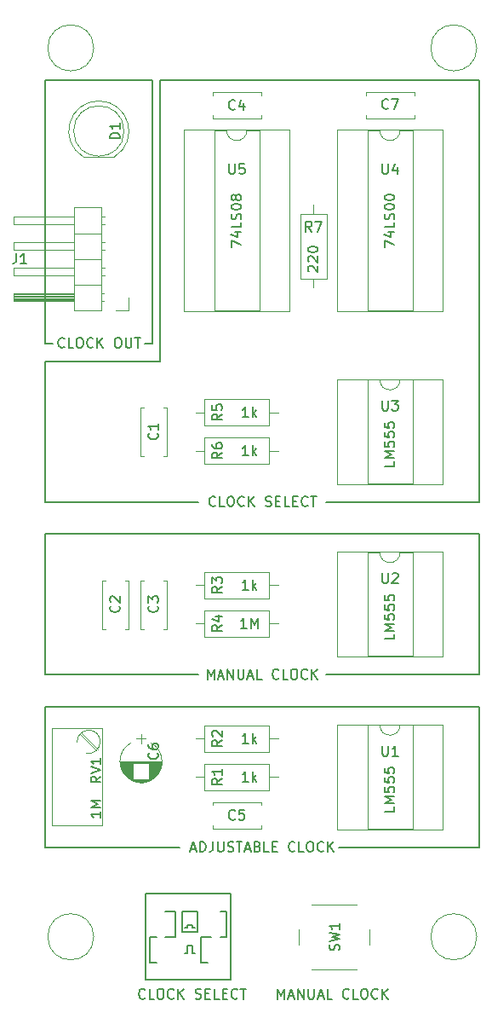
<source format=gto>
G04 #@! TF.FileFunction,Legend,Top*
%FSLAX46Y46*%
G04 Gerber Fmt 4.6, Leading zero omitted, Abs format (unit mm)*
G04 Created by KiCad (PCBNEW 4.0.7) date 11/16/19 22:45:39*
%MOMM*%
%LPD*%
G01*
G04 APERTURE LIST*
%ADD10C,0.100000*%
%ADD11C,0.200000*%
%ADD12C,0.150000*%
%ADD13C,0.120000*%
G04 APERTURE END LIST*
D10*
D11*
X126365000Y-64135000D02*
X137033000Y-64135000D01*
X126365000Y-90297000D02*
X126365000Y-64135000D01*
X137033000Y-90297000D02*
X137033000Y-64135000D01*
X136271000Y-90297000D02*
X137033000Y-90297000D01*
X127127000Y-90297000D02*
X126365000Y-90297000D01*
D12*
X128270429Y-90654143D02*
X128222810Y-90701762D01*
X128079953Y-90749381D01*
X127984715Y-90749381D01*
X127841857Y-90701762D01*
X127746619Y-90606524D01*
X127699000Y-90511286D01*
X127651381Y-90320810D01*
X127651381Y-90177952D01*
X127699000Y-89987476D01*
X127746619Y-89892238D01*
X127841857Y-89797000D01*
X127984715Y-89749381D01*
X128079953Y-89749381D01*
X128222810Y-89797000D01*
X128270429Y-89844619D01*
X129175191Y-90749381D02*
X128699000Y-90749381D01*
X128699000Y-89749381D01*
X129699000Y-89749381D02*
X129889477Y-89749381D01*
X129984715Y-89797000D01*
X130079953Y-89892238D01*
X130127572Y-90082714D01*
X130127572Y-90416048D01*
X130079953Y-90606524D01*
X129984715Y-90701762D01*
X129889477Y-90749381D01*
X129699000Y-90749381D01*
X129603762Y-90701762D01*
X129508524Y-90606524D01*
X129460905Y-90416048D01*
X129460905Y-90082714D01*
X129508524Y-89892238D01*
X129603762Y-89797000D01*
X129699000Y-89749381D01*
X131127572Y-90654143D02*
X131079953Y-90701762D01*
X130937096Y-90749381D01*
X130841858Y-90749381D01*
X130699000Y-90701762D01*
X130603762Y-90606524D01*
X130556143Y-90511286D01*
X130508524Y-90320810D01*
X130508524Y-90177952D01*
X130556143Y-89987476D01*
X130603762Y-89892238D01*
X130699000Y-89797000D01*
X130841858Y-89749381D01*
X130937096Y-89749381D01*
X131079953Y-89797000D01*
X131127572Y-89844619D01*
X131556143Y-90749381D02*
X131556143Y-89749381D01*
X132127572Y-90749381D02*
X131699000Y-90177952D01*
X132127572Y-89749381D02*
X131556143Y-90320810D01*
X133508524Y-89749381D02*
X133699001Y-89749381D01*
X133794239Y-89797000D01*
X133889477Y-89892238D01*
X133937096Y-90082714D01*
X133937096Y-90416048D01*
X133889477Y-90606524D01*
X133794239Y-90701762D01*
X133699001Y-90749381D01*
X133508524Y-90749381D01*
X133413286Y-90701762D01*
X133318048Y-90606524D01*
X133270429Y-90416048D01*
X133270429Y-90082714D01*
X133318048Y-89892238D01*
X133413286Y-89797000D01*
X133508524Y-89749381D01*
X134365667Y-89749381D02*
X134365667Y-90558905D01*
X134413286Y-90654143D01*
X134460905Y-90701762D01*
X134556143Y-90749381D01*
X134746620Y-90749381D01*
X134841858Y-90701762D01*
X134889477Y-90654143D01*
X134937096Y-90558905D01*
X134937096Y-89749381D01*
X135270429Y-89749381D02*
X135841858Y-89749381D01*
X135556143Y-90749381D02*
X135556143Y-89749381D01*
D11*
X169545000Y-64135000D02*
X169545000Y-106045000D01*
X137795000Y-64135000D02*
X169545000Y-64135000D01*
X137795000Y-92075000D02*
X137795000Y-64135000D01*
X126365000Y-92075000D02*
X137795000Y-92075000D01*
X126365000Y-106045000D02*
X126365000Y-92075000D01*
X126365000Y-109220000D02*
X126365000Y-123190000D01*
X169545000Y-109220000D02*
X126365000Y-109220000D01*
X169545000Y-123190000D02*
X169545000Y-109220000D01*
X169545000Y-140335000D02*
X169545000Y-126365000D01*
X126365000Y-126365000D02*
X126365000Y-127000000D01*
X169545000Y-126365000D02*
X126365000Y-126365000D01*
X169545000Y-140335000D02*
X155575000Y-140335000D01*
X141605000Y-106045000D02*
X126365000Y-106045000D01*
X169545000Y-106045000D02*
X154305000Y-106045000D01*
X154305000Y-123190000D02*
X169545000Y-123190000D01*
X141605000Y-123190000D02*
X126365000Y-123190000D01*
D12*
X143288333Y-106402143D02*
X143240714Y-106449762D01*
X143097857Y-106497381D01*
X143002619Y-106497381D01*
X142859761Y-106449762D01*
X142764523Y-106354524D01*
X142716904Y-106259286D01*
X142669285Y-106068810D01*
X142669285Y-105925952D01*
X142716904Y-105735476D01*
X142764523Y-105640238D01*
X142859761Y-105545000D01*
X143002619Y-105497381D01*
X143097857Y-105497381D01*
X143240714Y-105545000D01*
X143288333Y-105592619D01*
X144193095Y-106497381D02*
X143716904Y-106497381D01*
X143716904Y-105497381D01*
X144716904Y-105497381D02*
X144907381Y-105497381D01*
X145002619Y-105545000D01*
X145097857Y-105640238D01*
X145145476Y-105830714D01*
X145145476Y-106164048D01*
X145097857Y-106354524D01*
X145002619Y-106449762D01*
X144907381Y-106497381D01*
X144716904Y-106497381D01*
X144621666Y-106449762D01*
X144526428Y-106354524D01*
X144478809Y-106164048D01*
X144478809Y-105830714D01*
X144526428Y-105640238D01*
X144621666Y-105545000D01*
X144716904Y-105497381D01*
X146145476Y-106402143D02*
X146097857Y-106449762D01*
X145955000Y-106497381D01*
X145859762Y-106497381D01*
X145716904Y-106449762D01*
X145621666Y-106354524D01*
X145574047Y-106259286D01*
X145526428Y-106068810D01*
X145526428Y-105925952D01*
X145574047Y-105735476D01*
X145621666Y-105640238D01*
X145716904Y-105545000D01*
X145859762Y-105497381D01*
X145955000Y-105497381D01*
X146097857Y-105545000D01*
X146145476Y-105592619D01*
X146574047Y-106497381D02*
X146574047Y-105497381D01*
X147145476Y-106497381D02*
X146716904Y-105925952D01*
X147145476Y-105497381D02*
X146574047Y-106068810D01*
X148288333Y-106449762D02*
X148431190Y-106497381D01*
X148669286Y-106497381D01*
X148764524Y-106449762D01*
X148812143Y-106402143D01*
X148859762Y-106306905D01*
X148859762Y-106211667D01*
X148812143Y-106116429D01*
X148764524Y-106068810D01*
X148669286Y-106021190D01*
X148478809Y-105973571D01*
X148383571Y-105925952D01*
X148335952Y-105878333D01*
X148288333Y-105783095D01*
X148288333Y-105687857D01*
X148335952Y-105592619D01*
X148383571Y-105545000D01*
X148478809Y-105497381D01*
X148716905Y-105497381D01*
X148859762Y-105545000D01*
X149288333Y-105973571D02*
X149621667Y-105973571D01*
X149764524Y-106497381D02*
X149288333Y-106497381D01*
X149288333Y-105497381D01*
X149764524Y-105497381D01*
X150669286Y-106497381D02*
X150193095Y-106497381D01*
X150193095Y-105497381D01*
X151002619Y-105973571D02*
X151335953Y-105973571D01*
X151478810Y-106497381D02*
X151002619Y-106497381D01*
X151002619Y-105497381D01*
X151478810Y-105497381D01*
X152478810Y-106402143D02*
X152431191Y-106449762D01*
X152288334Y-106497381D01*
X152193096Y-106497381D01*
X152050238Y-106449762D01*
X151955000Y-106354524D01*
X151907381Y-106259286D01*
X151859762Y-106068810D01*
X151859762Y-105925952D01*
X151907381Y-105735476D01*
X151955000Y-105640238D01*
X152050238Y-105545000D01*
X152193096Y-105497381D01*
X152288334Y-105497381D01*
X152431191Y-105545000D01*
X152478810Y-105592619D01*
X152764524Y-105497381D02*
X153335953Y-105497381D01*
X153050238Y-106497381D02*
X153050238Y-105497381D01*
X142502619Y-123642381D02*
X142502619Y-122642381D01*
X142835953Y-123356667D01*
X143169286Y-122642381D01*
X143169286Y-123642381D01*
X143597857Y-123356667D02*
X144074048Y-123356667D01*
X143502619Y-123642381D02*
X143835952Y-122642381D01*
X144169286Y-123642381D01*
X144502619Y-123642381D02*
X144502619Y-122642381D01*
X145074048Y-123642381D01*
X145074048Y-122642381D01*
X145550238Y-122642381D02*
X145550238Y-123451905D01*
X145597857Y-123547143D01*
X145645476Y-123594762D01*
X145740714Y-123642381D01*
X145931191Y-123642381D01*
X146026429Y-123594762D01*
X146074048Y-123547143D01*
X146121667Y-123451905D01*
X146121667Y-122642381D01*
X146550238Y-123356667D02*
X147026429Y-123356667D01*
X146455000Y-123642381D02*
X146788333Y-122642381D01*
X147121667Y-123642381D01*
X147931191Y-123642381D02*
X147455000Y-123642381D01*
X147455000Y-122642381D01*
X149597858Y-123547143D02*
X149550239Y-123594762D01*
X149407382Y-123642381D01*
X149312144Y-123642381D01*
X149169286Y-123594762D01*
X149074048Y-123499524D01*
X149026429Y-123404286D01*
X148978810Y-123213810D01*
X148978810Y-123070952D01*
X149026429Y-122880476D01*
X149074048Y-122785238D01*
X149169286Y-122690000D01*
X149312144Y-122642381D01*
X149407382Y-122642381D01*
X149550239Y-122690000D01*
X149597858Y-122737619D01*
X150502620Y-123642381D02*
X150026429Y-123642381D01*
X150026429Y-122642381D01*
X151026429Y-122642381D02*
X151216906Y-122642381D01*
X151312144Y-122690000D01*
X151407382Y-122785238D01*
X151455001Y-122975714D01*
X151455001Y-123309048D01*
X151407382Y-123499524D01*
X151312144Y-123594762D01*
X151216906Y-123642381D01*
X151026429Y-123642381D01*
X150931191Y-123594762D01*
X150835953Y-123499524D01*
X150788334Y-123309048D01*
X150788334Y-122975714D01*
X150835953Y-122785238D01*
X150931191Y-122690000D01*
X151026429Y-122642381D01*
X152455001Y-123547143D02*
X152407382Y-123594762D01*
X152264525Y-123642381D01*
X152169287Y-123642381D01*
X152026429Y-123594762D01*
X151931191Y-123499524D01*
X151883572Y-123404286D01*
X151835953Y-123213810D01*
X151835953Y-123070952D01*
X151883572Y-122880476D01*
X151931191Y-122785238D01*
X152026429Y-122690000D01*
X152169287Y-122642381D01*
X152264525Y-122642381D01*
X152407382Y-122690000D01*
X152455001Y-122737619D01*
X152883572Y-123642381D02*
X152883572Y-122642381D01*
X153455001Y-123642381D02*
X153026429Y-123070952D01*
X153455001Y-122642381D02*
X152883572Y-123213810D01*
D11*
X126365000Y-140335000D02*
X126365000Y-127000000D01*
X139700000Y-140335000D02*
X126365000Y-140335000D01*
D12*
X140859761Y-140501667D02*
X141335952Y-140501667D01*
X140764523Y-140787381D02*
X141097856Y-139787381D01*
X141431190Y-140787381D01*
X141764523Y-140787381D02*
X141764523Y-139787381D01*
X142002618Y-139787381D01*
X142145476Y-139835000D01*
X142240714Y-139930238D01*
X142288333Y-140025476D01*
X142335952Y-140215952D01*
X142335952Y-140358810D01*
X142288333Y-140549286D01*
X142240714Y-140644524D01*
X142145476Y-140739762D01*
X142002618Y-140787381D01*
X141764523Y-140787381D01*
X143050238Y-139787381D02*
X143050238Y-140501667D01*
X143002618Y-140644524D01*
X142907380Y-140739762D01*
X142764523Y-140787381D01*
X142669285Y-140787381D01*
X143526428Y-139787381D02*
X143526428Y-140596905D01*
X143574047Y-140692143D01*
X143621666Y-140739762D01*
X143716904Y-140787381D01*
X143907381Y-140787381D01*
X144002619Y-140739762D01*
X144050238Y-140692143D01*
X144097857Y-140596905D01*
X144097857Y-139787381D01*
X144526428Y-140739762D02*
X144669285Y-140787381D01*
X144907381Y-140787381D01*
X145002619Y-140739762D01*
X145050238Y-140692143D01*
X145097857Y-140596905D01*
X145097857Y-140501667D01*
X145050238Y-140406429D01*
X145002619Y-140358810D01*
X144907381Y-140311190D01*
X144716904Y-140263571D01*
X144621666Y-140215952D01*
X144574047Y-140168333D01*
X144526428Y-140073095D01*
X144526428Y-139977857D01*
X144574047Y-139882619D01*
X144621666Y-139835000D01*
X144716904Y-139787381D01*
X144955000Y-139787381D01*
X145097857Y-139835000D01*
X145383571Y-139787381D02*
X145955000Y-139787381D01*
X145669285Y-140787381D02*
X145669285Y-139787381D01*
X146240714Y-140501667D02*
X146716905Y-140501667D01*
X146145476Y-140787381D02*
X146478809Y-139787381D01*
X146812143Y-140787381D01*
X147478810Y-140263571D02*
X147621667Y-140311190D01*
X147669286Y-140358810D01*
X147716905Y-140454048D01*
X147716905Y-140596905D01*
X147669286Y-140692143D01*
X147621667Y-140739762D01*
X147526429Y-140787381D01*
X147145476Y-140787381D01*
X147145476Y-139787381D01*
X147478810Y-139787381D01*
X147574048Y-139835000D01*
X147621667Y-139882619D01*
X147669286Y-139977857D01*
X147669286Y-140073095D01*
X147621667Y-140168333D01*
X147574048Y-140215952D01*
X147478810Y-140263571D01*
X147145476Y-140263571D01*
X148621667Y-140787381D02*
X148145476Y-140787381D01*
X148145476Y-139787381D01*
X148955000Y-140263571D02*
X149288334Y-140263571D01*
X149431191Y-140787381D02*
X148955000Y-140787381D01*
X148955000Y-139787381D01*
X149431191Y-139787381D01*
X151193096Y-140692143D02*
X151145477Y-140739762D01*
X151002620Y-140787381D01*
X150907382Y-140787381D01*
X150764524Y-140739762D01*
X150669286Y-140644524D01*
X150621667Y-140549286D01*
X150574048Y-140358810D01*
X150574048Y-140215952D01*
X150621667Y-140025476D01*
X150669286Y-139930238D01*
X150764524Y-139835000D01*
X150907382Y-139787381D01*
X151002620Y-139787381D01*
X151145477Y-139835000D01*
X151193096Y-139882619D01*
X152097858Y-140787381D02*
X151621667Y-140787381D01*
X151621667Y-139787381D01*
X152621667Y-139787381D02*
X152812144Y-139787381D01*
X152907382Y-139835000D01*
X153002620Y-139930238D01*
X153050239Y-140120714D01*
X153050239Y-140454048D01*
X153002620Y-140644524D01*
X152907382Y-140739762D01*
X152812144Y-140787381D01*
X152621667Y-140787381D01*
X152526429Y-140739762D01*
X152431191Y-140644524D01*
X152383572Y-140454048D01*
X152383572Y-140120714D01*
X152431191Y-139930238D01*
X152526429Y-139835000D01*
X152621667Y-139787381D01*
X154050239Y-140692143D02*
X154002620Y-140739762D01*
X153859763Y-140787381D01*
X153764525Y-140787381D01*
X153621667Y-140739762D01*
X153526429Y-140644524D01*
X153478810Y-140549286D01*
X153431191Y-140358810D01*
X153431191Y-140215952D01*
X153478810Y-140025476D01*
X153526429Y-139930238D01*
X153621667Y-139835000D01*
X153764525Y-139787381D01*
X153859763Y-139787381D01*
X154002620Y-139835000D01*
X154050239Y-139882619D01*
X154478810Y-140787381D02*
X154478810Y-139787381D01*
X155050239Y-140787381D02*
X154621667Y-140215952D01*
X155050239Y-139787381D02*
X154478810Y-140358810D01*
X149487619Y-155392381D02*
X149487619Y-154392381D01*
X149820953Y-155106667D01*
X150154286Y-154392381D01*
X150154286Y-155392381D01*
X150582857Y-155106667D02*
X151059048Y-155106667D01*
X150487619Y-155392381D02*
X150820952Y-154392381D01*
X151154286Y-155392381D01*
X151487619Y-155392381D02*
X151487619Y-154392381D01*
X152059048Y-155392381D01*
X152059048Y-154392381D01*
X152535238Y-154392381D02*
X152535238Y-155201905D01*
X152582857Y-155297143D01*
X152630476Y-155344762D01*
X152725714Y-155392381D01*
X152916191Y-155392381D01*
X153011429Y-155344762D01*
X153059048Y-155297143D01*
X153106667Y-155201905D01*
X153106667Y-154392381D01*
X153535238Y-155106667D02*
X154011429Y-155106667D01*
X153440000Y-155392381D02*
X153773333Y-154392381D01*
X154106667Y-155392381D01*
X154916191Y-155392381D02*
X154440000Y-155392381D01*
X154440000Y-154392381D01*
X156582858Y-155297143D02*
X156535239Y-155344762D01*
X156392382Y-155392381D01*
X156297144Y-155392381D01*
X156154286Y-155344762D01*
X156059048Y-155249524D01*
X156011429Y-155154286D01*
X155963810Y-154963810D01*
X155963810Y-154820952D01*
X156011429Y-154630476D01*
X156059048Y-154535238D01*
X156154286Y-154440000D01*
X156297144Y-154392381D01*
X156392382Y-154392381D01*
X156535239Y-154440000D01*
X156582858Y-154487619D01*
X157487620Y-155392381D02*
X157011429Y-155392381D01*
X157011429Y-154392381D01*
X158011429Y-154392381D02*
X158201906Y-154392381D01*
X158297144Y-154440000D01*
X158392382Y-154535238D01*
X158440001Y-154725714D01*
X158440001Y-155059048D01*
X158392382Y-155249524D01*
X158297144Y-155344762D01*
X158201906Y-155392381D01*
X158011429Y-155392381D01*
X157916191Y-155344762D01*
X157820953Y-155249524D01*
X157773334Y-155059048D01*
X157773334Y-154725714D01*
X157820953Y-154535238D01*
X157916191Y-154440000D01*
X158011429Y-154392381D01*
X159440001Y-155297143D02*
X159392382Y-155344762D01*
X159249525Y-155392381D01*
X159154287Y-155392381D01*
X159011429Y-155344762D01*
X158916191Y-155249524D01*
X158868572Y-155154286D01*
X158820953Y-154963810D01*
X158820953Y-154820952D01*
X158868572Y-154630476D01*
X158916191Y-154535238D01*
X159011429Y-154440000D01*
X159154287Y-154392381D01*
X159249525Y-154392381D01*
X159392382Y-154440000D01*
X159440001Y-154487619D01*
X159868572Y-155392381D02*
X159868572Y-154392381D01*
X160440001Y-155392381D02*
X160011429Y-154820952D01*
X160440001Y-154392381D02*
X159868572Y-154963810D01*
X136303333Y-155297143D02*
X136255714Y-155344762D01*
X136112857Y-155392381D01*
X136017619Y-155392381D01*
X135874761Y-155344762D01*
X135779523Y-155249524D01*
X135731904Y-155154286D01*
X135684285Y-154963810D01*
X135684285Y-154820952D01*
X135731904Y-154630476D01*
X135779523Y-154535238D01*
X135874761Y-154440000D01*
X136017619Y-154392381D01*
X136112857Y-154392381D01*
X136255714Y-154440000D01*
X136303333Y-154487619D01*
X137208095Y-155392381D02*
X136731904Y-155392381D01*
X136731904Y-154392381D01*
X137731904Y-154392381D02*
X137922381Y-154392381D01*
X138017619Y-154440000D01*
X138112857Y-154535238D01*
X138160476Y-154725714D01*
X138160476Y-155059048D01*
X138112857Y-155249524D01*
X138017619Y-155344762D01*
X137922381Y-155392381D01*
X137731904Y-155392381D01*
X137636666Y-155344762D01*
X137541428Y-155249524D01*
X137493809Y-155059048D01*
X137493809Y-154725714D01*
X137541428Y-154535238D01*
X137636666Y-154440000D01*
X137731904Y-154392381D01*
X139160476Y-155297143D02*
X139112857Y-155344762D01*
X138970000Y-155392381D01*
X138874762Y-155392381D01*
X138731904Y-155344762D01*
X138636666Y-155249524D01*
X138589047Y-155154286D01*
X138541428Y-154963810D01*
X138541428Y-154820952D01*
X138589047Y-154630476D01*
X138636666Y-154535238D01*
X138731904Y-154440000D01*
X138874762Y-154392381D01*
X138970000Y-154392381D01*
X139112857Y-154440000D01*
X139160476Y-154487619D01*
X139589047Y-155392381D02*
X139589047Y-154392381D01*
X140160476Y-155392381D02*
X139731904Y-154820952D01*
X140160476Y-154392381D02*
X139589047Y-154963810D01*
X141303333Y-155344762D02*
X141446190Y-155392381D01*
X141684286Y-155392381D01*
X141779524Y-155344762D01*
X141827143Y-155297143D01*
X141874762Y-155201905D01*
X141874762Y-155106667D01*
X141827143Y-155011429D01*
X141779524Y-154963810D01*
X141684286Y-154916190D01*
X141493809Y-154868571D01*
X141398571Y-154820952D01*
X141350952Y-154773333D01*
X141303333Y-154678095D01*
X141303333Y-154582857D01*
X141350952Y-154487619D01*
X141398571Y-154440000D01*
X141493809Y-154392381D01*
X141731905Y-154392381D01*
X141874762Y-154440000D01*
X142303333Y-154868571D02*
X142636667Y-154868571D01*
X142779524Y-155392381D02*
X142303333Y-155392381D01*
X142303333Y-154392381D01*
X142779524Y-154392381D01*
X143684286Y-155392381D02*
X143208095Y-155392381D01*
X143208095Y-154392381D01*
X144017619Y-154868571D02*
X144350953Y-154868571D01*
X144493810Y-155392381D02*
X144017619Y-155392381D01*
X144017619Y-154392381D01*
X144493810Y-154392381D01*
X145493810Y-155297143D02*
X145446191Y-155344762D01*
X145303334Y-155392381D01*
X145208096Y-155392381D01*
X145065238Y-155344762D01*
X144970000Y-155249524D01*
X144922381Y-155154286D01*
X144874762Y-154963810D01*
X144874762Y-154820952D01*
X144922381Y-154630476D01*
X144970000Y-154535238D01*
X145065238Y-154440000D01*
X145208096Y-154392381D01*
X145303334Y-154392381D01*
X145446191Y-154440000D01*
X145493810Y-154487619D01*
X145779524Y-154392381D02*
X146350953Y-154392381D01*
X146065238Y-155392381D02*
X146065238Y-154392381D01*
D13*
X169291000Y-149225000D02*
G75*
G03X169291000Y-149225000I-2286000J0D01*
G01*
X131191000Y-149225000D02*
G75*
G03X131191000Y-149225000I-2286000J0D01*
G01*
X131191000Y-60960000D02*
G75*
G03X131191000Y-60960000I-2286000J0D01*
G01*
X169291000Y-60960000D02*
G75*
G03X169291000Y-60960000I-2286000J0D01*
G01*
X135850000Y-101510000D02*
X135850000Y-96690000D01*
X138470000Y-101510000D02*
X138470000Y-96690000D01*
X135850000Y-101510000D02*
X136164000Y-101510000D01*
X138156000Y-101510000D02*
X138470000Y-101510000D01*
X135850000Y-96690000D02*
X136164000Y-96690000D01*
X138156000Y-96690000D02*
X138470000Y-96690000D01*
X132040000Y-118655000D02*
X132040000Y-113835000D01*
X134660000Y-118655000D02*
X134660000Y-113835000D01*
X132040000Y-118655000D02*
X132354000Y-118655000D01*
X134346000Y-118655000D02*
X134660000Y-118655000D01*
X132040000Y-113835000D02*
X132354000Y-113835000D01*
X134346000Y-113835000D02*
X134660000Y-113835000D01*
X135850000Y-118655000D02*
X135850000Y-113835000D01*
X138470000Y-118655000D02*
X138470000Y-113835000D01*
X135850000Y-118655000D02*
X136164000Y-118655000D01*
X138156000Y-118655000D02*
X138470000Y-118655000D01*
X135850000Y-113835000D02*
X136164000Y-113835000D01*
X138156000Y-113835000D02*
X138470000Y-113835000D01*
X147865000Y-67985000D02*
X143045000Y-67985000D01*
X147865000Y-65365000D02*
X143045000Y-65365000D01*
X147865000Y-67985000D02*
X147865000Y-67671000D01*
X147865000Y-65679000D02*
X147865000Y-65365000D01*
X143045000Y-67985000D02*
X143045000Y-67671000D01*
X143045000Y-65679000D02*
X143045000Y-65365000D01*
X147865000Y-138470000D02*
X143045000Y-138470000D01*
X147865000Y-135850000D02*
X143045000Y-135850000D01*
X147865000Y-138470000D02*
X147865000Y-138156000D01*
X147865000Y-136164000D02*
X147865000Y-135850000D01*
X143045000Y-138470000D02*
X143045000Y-138156000D01*
X143045000Y-136164000D02*
X143045000Y-135850000D01*
X148625000Y-134660000D02*
X148625000Y-132040000D01*
X148625000Y-132040000D02*
X142205000Y-132040000D01*
X142205000Y-132040000D02*
X142205000Y-134660000D01*
X142205000Y-134660000D02*
X148625000Y-134660000D01*
X149515000Y-133350000D02*
X148625000Y-133350000D01*
X141315000Y-133350000D02*
X142205000Y-133350000D01*
X148625000Y-130850000D02*
X148625000Y-128230000D01*
X148625000Y-128230000D02*
X142205000Y-128230000D01*
X142205000Y-128230000D02*
X142205000Y-130850000D01*
X142205000Y-130850000D02*
X148625000Y-130850000D01*
X149515000Y-129540000D02*
X148625000Y-129540000D01*
X141315000Y-129540000D02*
X142205000Y-129540000D01*
X148625000Y-115610000D02*
X148625000Y-112990000D01*
X148625000Y-112990000D02*
X142205000Y-112990000D01*
X142205000Y-112990000D02*
X142205000Y-115610000D01*
X142205000Y-115610000D02*
X148625000Y-115610000D01*
X149515000Y-114300000D02*
X148625000Y-114300000D01*
X141315000Y-114300000D02*
X142205000Y-114300000D01*
X142205000Y-99655000D02*
X142205000Y-102275000D01*
X142205000Y-102275000D02*
X148625000Y-102275000D01*
X148625000Y-102275000D02*
X148625000Y-99655000D01*
X148625000Y-99655000D02*
X142205000Y-99655000D01*
X141315000Y-100965000D02*
X142205000Y-100965000D01*
X149515000Y-100965000D02*
X148625000Y-100965000D01*
X154345000Y-77435000D02*
X151725000Y-77435000D01*
X151725000Y-77435000D02*
X151725000Y-83855000D01*
X151725000Y-83855000D02*
X154345000Y-83855000D01*
X154345000Y-83855000D02*
X154345000Y-77435000D01*
X153035000Y-76545000D02*
X153035000Y-77435000D01*
X153035000Y-84745000D02*
X153035000Y-83855000D01*
X131699462Y-66225000D02*
G75*
G03X130154170Y-71775000I-462J-2990000D01*
G01*
X131698538Y-66225000D02*
G75*
G02X133243830Y-71775000I462J-2990000D01*
G01*
X134199000Y-69215000D02*
G75*
G03X134199000Y-69215000I-2500000J0D01*
G01*
X130154000Y-71775000D02*
X133244000Y-71775000D01*
X148625000Y-119420000D02*
X148625000Y-116800000D01*
X148625000Y-116800000D02*
X142205000Y-116800000D01*
X142205000Y-116800000D02*
X142205000Y-119420000D01*
X142205000Y-119420000D02*
X148625000Y-119420000D01*
X149515000Y-118110000D02*
X148625000Y-118110000D01*
X141315000Y-118110000D02*
X142205000Y-118110000D01*
X142205000Y-95845000D02*
X142205000Y-98465000D01*
X142205000Y-98465000D02*
X148625000Y-98465000D01*
X148625000Y-98465000D02*
X148625000Y-95845000D01*
X148625000Y-95845000D02*
X142205000Y-95845000D01*
X141315000Y-97155000D02*
X142205000Y-97155000D01*
X149515000Y-97155000D02*
X148625000Y-97155000D01*
X129535704Y-129895309D02*
G75*
G02X131845000Y-129855000I1154296J40309D01*
G01*
X131844052Y-129834879D02*
G75*
G02X130450000Y-130984000I-1154052J-20121D01*
G01*
X127070000Y-138175000D02*
X127070000Y-128525000D01*
X132021000Y-138175000D02*
X132021000Y-128525000D01*
X127070000Y-138175000D02*
X132021000Y-138175000D01*
X127070000Y-128525000D02*
X132021000Y-128525000D01*
X129956000Y-128979000D02*
X131566000Y-130590000D01*
X129815000Y-129119000D02*
X131425000Y-130731000D01*
X157369000Y-146011000D02*
X152869000Y-146011000D01*
X158619000Y-150011000D02*
X158619000Y-148511000D01*
X152869000Y-152511000D02*
X157369000Y-152511000D01*
X151619000Y-148511000D02*
X151619000Y-150011000D01*
X146415000Y-69155000D02*
G75*
G02X144415000Y-69155000I-1000000J0D01*
G01*
X144415000Y-69155000D02*
X143165000Y-69155000D01*
X143165000Y-69155000D02*
X143165000Y-87055000D01*
X143165000Y-87055000D02*
X147665000Y-87055000D01*
X147665000Y-87055000D02*
X147665000Y-69155000D01*
X147665000Y-69155000D02*
X146415000Y-69155000D01*
X140165000Y-69095000D02*
X140165000Y-87115000D01*
X140165000Y-87115000D02*
X150665000Y-87115000D01*
X150665000Y-87115000D02*
X150665000Y-69095000D01*
X150665000Y-69095000D02*
X140165000Y-69095000D01*
X136869170Y-133656436D02*
G75*
G03X136870000Y-129964004I-979170J1846436D01*
G01*
X134910830Y-133656436D02*
G75*
G02X134910000Y-129964004I979170J1846436D01*
G01*
X134910830Y-133656436D02*
G75*
G03X136870000Y-133655996I979170J1846436D01*
G01*
X137940000Y-131810000D02*
X133840000Y-131810000D01*
X137940000Y-131850000D02*
X133840000Y-131850000D01*
X137939000Y-131890000D02*
X133841000Y-131890000D01*
X137937000Y-131930000D02*
X133843000Y-131930000D01*
X137934000Y-131970000D02*
X133846000Y-131970000D01*
X137931000Y-132010000D02*
X133849000Y-132010000D01*
X137927000Y-132050000D02*
X136670000Y-132050000D01*
X135110000Y-132050000D02*
X133853000Y-132050000D01*
X137922000Y-132090000D02*
X136670000Y-132090000D01*
X135110000Y-132090000D02*
X133858000Y-132090000D01*
X137916000Y-132130000D02*
X136670000Y-132130000D01*
X135110000Y-132130000D02*
X133864000Y-132130000D01*
X137909000Y-132170000D02*
X136670000Y-132170000D01*
X135110000Y-132170000D02*
X133871000Y-132170000D01*
X137902000Y-132210000D02*
X136670000Y-132210000D01*
X135110000Y-132210000D02*
X133878000Y-132210000D01*
X137894000Y-132250000D02*
X136670000Y-132250000D01*
X135110000Y-132250000D02*
X133886000Y-132250000D01*
X137885000Y-132290000D02*
X136670000Y-132290000D01*
X135110000Y-132290000D02*
X133895000Y-132290000D01*
X137875000Y-132330000D02*
X136670000Y-132330000D01*
X135110000Y-132330000D02*
X133905000Y-132330000D01*
X137864000Y-132370000D02*
X136670000Y-132370000D01*
X135110000Y-132370000D02*
X133916000Y-132370000D01*
X137853000Y-132410000D02*
X136670000Y-132410000D01*
X135110000Y-132410000D02*
X133927000Y-132410000D01*
X137840000Y-132450000D02*
X136670000Y-132450000D01*
X135110000Y-132450000D02*
X133940000Y-132450000D01*
X137827000Y-132490000D02*
X136670000Y-132490000D01*
X135110000Y-132490000D02*
X133953000Y-132490000D01*
X137813000Y-132531000D02*
X136670000Y-132531000D01*
X135110000Y-132531000D02*
X133967000Y-132531000D01*
X137797000Y-132571000D02*
X136670000Y-132571000D01*
X135110000Y-132571000D02*
X133983000Y-132571000D01*
X137781000Y-132611000D02*
X136670000Y-132611000D01*
X135110000Y-132611000D02*
X133999000Y-132611000D01*
X137764000Y-132651000D02*
X136670000Y-132651000D01*
X135110000Y-132651000D02*
X134016000Y-132651000D01*
X137746000Y-132691000D02*
X136670000Y-132691000D01*
X135110000Y-132691000D02*
X134034000Y-132691000D01*
X137727000Y-132731000D02*
X136670000Y-132731000D01*
X135110000Y-132731000D02*
X134053000Y-132731000D01*
X137707000Y-132771000D02*
X136670000Y-132771000D01*
X135110000Y-132771000D02*
X134073000Y-132771000D01*
X137686000Y-132811000D02*
X136670000Y-132811000D01*
X135110000Y-132811000D02*
X134094000Y-132811000D01*
X137663000Y-132851000D02*
X136670000Y-132851000D01*
X135110000Y-132851000D02*
X134117000Y-132851000D01*
X137640000Y-132891000D02*
X136670000Y-132891000D01*
X135110000Y-132891000D02*
X134140000Y-132891000D01*
X137615000Y-132931000D02*
X136670000Y-132931000D01*
X135110000Y-132931000D02*
X134165000Y-132931000D01*
X137589000Y-132971000D02*
X136670000Y-132971000D01*
X135110000Y-132971000D02*
X134191000Y-132971000D01*
X137562000Y-133011000D02*
X136670000Y-133011000D01*
X135110000Y-133011000D02*
X134218000Y-133011000D01*
X137533000Y-133051000D02*
X136670000Y-133051000D01*
X135110000Y-133051000D02*
X134247000Y-133051000D01*
X137503000Y-133091000D02*
X136670000Y-133091000D01*
X135110000Y-133091000D02*
X134277000Y-133091000D01*
X137471000Y-133131000D02*
X136670000Y-133131000D01*
X135110000Y-133131000D02*
X134309000Y-133131000D01*
X137437000Y-133171000D02*
X136670000Y-133171000D01*
X135110000Y-133171000D02*
X134343000Y-133171000D01*
X137402000Y-133211000D02*
X136670000Y-133211000D01*
X135110000Y-133211000D02*
X134378000Y-133211000D01*
X137365000Y-133251000D02*
X136670000Y-133251000D01*
X135110000Y-133251000D02*
X134415000Y-133251000D01*
X137326000Y-133291000D02*
X136670000Y-133291000D01*
X135110000Y-133291000D02*
X134454000Y-133291000D01*
X137285000Y-133331000D02*
X136670000Y-133331000D01*
X135110000Y-133331000D02*
X134495000Y-133331000D01*
X137241000Y-133371000D02*
X136670000Y-133371000D01*
X135110000Y-133371000D02*
X134539000Y-133371000D01*
X137195000Y-133411000D02*
X136670000Y-133411000D01*
X135110000Y-133411000D02*
X134585000Y-133411000D01*
X137146000Y-133451000D02*
X136670000Y-133451000D01*
X135110000Y-133451000D02*
X134634000Y-133451000D01*
X137094000Y-133491000D02*
X136670000Y-133491000D01*
X135110000Y-133491000D02*
X134686000Y-133491000D01*
X137038000Y-133531000D02*
X136670000Y-133531000D01*
X135110000Y-133531000D02*
X134742000Y-133531000D01*
X136978000Y-133571000D02*
X136670000Y-133571000D01*
X135110000Y-133571000D02*
X134802000Y-133571000D01*
X136913000Y-133611000D02*
X134867000Y-133611000D01*
X136842000Y-133651000D02*
X134938000Y-133651000D01*
X136764000Y-133691000D02*
X135016000Y-133691000D01*
X136676000Y-133731000D02*
X135104000Y-133731000D01*
X136576000Y-133771000D02*
X135204000Y-133771000D01*
X136457000Y-133811000D02*
X135323000Y-133811000D01*
X136305000Y-133851000D02*
X135475000Y-133851000D01*
X136055000Y-133891000D02*
X135725000Y-133891000D01*
X135890000Y-129110000D02*
X135890000Y-130010000D01*
X136340000Y-129560000D02*
X135440000Y-129560000D01*
X163105000Y-67985000D02*
X158285000Y-67985000D01*
X163105000Y-65365000D02*
X158285000Y-65365000D01*
X163105000Y-67985000D02*
X163105000Y-67671000D01*
X163105000Y-65679000D02*
X163105000Y-65365000D01*
X158285000Y-67985000D02*
X158285000Y-67671000D01*
X158285000Y-65679000D02*
X158285000Y-65365000D01*
X131910000Y-87055000D02*
X131910000Y-76775000D01*
X131910000Y-76775000D02*
X129250000Y-76775000D01*
X129250000Y-76775000D02*
X129250000Y-87055000D01*
X129250000Y-87055000D02*
X131910000Y-87055000D01*
X129250000Y-86105000D02*
X123250000Y-86105000D01*
X123250000Y-86105000D02*
X123250000Y-85345000D01*
X123250000Y-85345000D02*
X129250000Y-85345000D01*
X129250000Y-86045000D02*
X123250000Y-86045000D01*
X129250000Y-85925000D02*
X123250000Y-85925000D01*
X129250000Y-85805000D02*
X123250000Y-85805000D01*
X129250000Y-85685000D02*
X123250000Y-85685000D01*
X129250000Y-85565000D02*
X123250000Y-85565000D01*
X129250000Y-85445000D02*
X123250000Y-85445000D01*
X132240000Y-86105000D02*
X131910000Y-86105000D01*
X132240000Y-85345000D02*
X131910000Y-85345000D01*
X131910000Y-84455000D02*
X129250000Y-84455000D01*
X129250000Y-83565000D02*
X123250000Y-83565000D01*
X123250000Y-83565000D02*
X123250000Y-82805000D01*
X123250000Y-82805000D02*
X129250000Y-82805000D01*
X132307071Y-83565000D02*
X131910000Y-83565000D01*
X132307071Y-82805000D02*
X131910000Y-82805000D01*
X131910000Y-81915000D02*
X129250000Y-81915000D01*
X129250000Y-81025000D02*
X123250000Y-81025000D01*
X123250000Y-81025000D02*
X123250000Y-80265000D01*
X123250000Y-80265000D02*
X129250000Y-80265000D01*
X132307071Y-81025000D02*
X131910000Y-81025000D01*
X132307071Y-80265000D02*
X131910000Y-80265000D01*
X131910000Y-79375000D02*
X129250000Y-79375000D01*
X129250000Y-78485000D02*
X123250000Y-78485000D01*
X123250000Y-78485000D02*
X123250000Y-77725000D01*
X123250000Y-77725000D02*
X129250000Y-77725000D01*
X132307071Y-78485000D02*
X131910000Y-78485000D01*
X132307071Y-77725000D02*
X131910000Y-77725000D01*
X134620000Y-85725000D02*
X134620000Y-86995000D01*
X134620000Y-86995000D02*
X133350000Y-86995000D01*
X161655000Y-128210000D02*
G75*
G02X159655000Y-128210000I-1000000J0D01*
G01*
X159655000Y-128210000D02*
X158405000Y-128210000D01*
X158405000Y-128210000D02*
X158405000Y-138490000D01*
X158405000Y-138490000D02*
X162905000Y-138490000D01*
X162905000Y-138490000D02*
X162905000Y-128210000D01*
X162905000Y-128210000D02*
X161655000Y-128210000D01*
X155405000Y-128150000D02*
X155405000Y-138550000D01*
X155405000Y-138550000D02*
X165905000Y-138550000D01*
X165905000Y-138550000D02*
X165905000Y-128150000D01*
X165905000Y-128150000D02*
X155405000Y-128150000D01*
X161655000Y-111065000D02*
G75*
G02X159655000Y-111065000I-1000000J0D01*
G01*
X159655000Y-111065000D02*
X158405000Y-111065000D01*
X158405000Y-111065000D02*
X158405000Y-121345000D01*
X158405000Y-121345000D02*
X162905000Y-121345000D01*
X162905000Y-121345000D02*
X162905000Y-111065000D01*
X162905000Y-111065000D02*
X161655000Y-111065000D01*
X155405000Y-111005000D02*
X155405000Y-121405000D01*
X155405000Y-121405000D02*
X165905000Y-121405000D01*
X165905000Y-121405000D02*
X165905000Y-111005000D01*
X165905000Y-111005000D02*
X155405000Y-111005000D01*
X161655000Y-93920000D02*
G75*
G02X159655000Y-93920000I-1000000J0D01*
G01*
X159655000Y-93920000D02*
X158405000Y-93920000D01*
X158405000Y-93920000D02*
X158405000Y-104200000D01*
X158405000Y-104200000D02*
X162905000Y-104200000D01*
X162905000Y-104200000D02*
X162905000Y-93920000D01*
X162905000Y-93920000D02*
X161655000Y-93920000D01*
X155405000Y-93860000D02*
X155405000Y-104260000D01*
X155405000Y-104260000D02*
X165905000Y-104260000D01*
X165905000Y-104260000D02*
X165905000Y-93860000D01*
X165905000Y-93860000D02*
X155405000Y-93860000D01*
X161655000Y-69155000D02*
G75*
G02X159655000Y-69155000I-1000000J0D01*
G01*
X159655000Y-69155000D02*
X158405000Y-69155000D01*
X158405000Y-69155000D02*
X158405000Y-87055000D01*
X158405000Y-87055000D02*
X162905000Y-87055000D01*
X162905000Y-87055000D02*
X162905000Y-69155000D01*
X162905000Y-69155000D02*
X161655000Y-69155000D01*
X155405000Y-69095000D02*
X155405000Y-87115000D01*
X155405000Y-87115000D02*
X165905000Y-87115000D01*
X165905000Y-87115000D02*
X165905000Y-69095000D01*
X165905000Y-69095000D02*
X155405000Y-69095000D01*
D12*
X139954000Y-148717000D02*
X139954000Y-146685000D01*
X141478000Y-146685000D02*
X141478000Y-148717000D01*
X139954000Y-148717000D02*
X141478000Y-148717000D01*
X141478000Y-146685000D02*
X139954000Y-146685000D01*
X140208000Y-148336000D02*
X140462000Y-148336000D01*
X140462000Y-148336000D02*
X140462000Y-148082000D01*
X140462000Y-148082000D02*
X140970000Y-148082000D01*
X140970000Y-148082000D02*
X140970000Y-148336000D01*
X140970000Y-148336000D02*
X141224000Y-148336000D01*
X140208000Y-150876000D02*
X140462000Y-150876000D01*
X140462000Y-150876000D02*
X140462000Y-150114000D01*
X140462000Y-150114000D02*
X140970000Y-150114000D01*
X140970000Y-150114000D02*
X140970000Y-150876000D01*
X140970000Y-150876000D02*
X141224000Y-150876000D01*
X139319000Y-146685000D02*
X138303000Y-146685000D01*
X141859000Y-149225000D02*
X141859000Y-151765000D01*
X142875000Y-149225000D02*
X141859000Y-149225000D01*
X139319000Y-149225000D02*
X139319000Y-146685000D01*
X138303000Y-149225000D02*
X139319000Y-149225000D01*
X143764000Y-146685000D02*
X144399000Y-146685000D01*
X144399000Y-146685000D02*
X144399000Y-149225000D01*
X144399000Y-149225000D02*
X143764000Y-149225000D01*
X137414000Y-149225000D02*
X136779000Y-149225000D01*
X136779000Y-149225000D02*
X136779000Y-151765000D01*
X136779000Y-151765000D02*
X137414000Y-151765000D01*
X141859000Y-151765000D02*
X142494000Y-151765000D01*
X136339000Y-144975000D02*
X144839000Y-144975000D01*
X144839000Y-144975000D02*
X144839000Y-153475000D01*
X136339000Y-144975000D02*
X136339000Y-153475000D01*
X136339000Y-153475000D02*
X144839000Y-153475000D01*
X137517143Y-99226666D02*
X137564762Y-99274285D01*
X137612381Y-99417142D01*
X137612381Y-99512380D01*
X137564762Y-99655238D01*
X137469524Y-99750476D01*
X137374286Y-99798095D01*
X137183810Y-99845714D01*
X137040952Y-99845714D01*
X136850476Y-99798095D01*
X136755238Y-99750476D01*
X136660000Y-99655238D01*
X136612381Y-99512380D01*
X136612381Y-99417142D01*
X136660000Y-99274285D01*
X136707619Y-99226666D01*
X137612381Y-98274285D02*
X137612381Y-98845714D01*
X137612381Y-98560000D02*
X136612381Y-98560000D01*
X136755238Y-98655238D01*
X136850476Y-98750476D01*
X136898095Y-98845714D01*
X133707143Y-116371666D02*
X133754762Y-116419285D01*
X133802381Y-116562142D01*
X133802381Y-116657380D01*
X133754762Y-116800238D01*
X133659524Y-116895476D01*
X133564286Y-116943095D01*
X133373810Y-116990714D01*
X133230952Y-116990714D01*
X133040476Y-116943095D01*
X132945238Y-116895476D01*
X132850000Y-116800238D01*
X132802381Y-116657380D01*
X132802381Y-116562142D01*
X132850000Y-116419285D01*
X132897619Y-116371666D01*
X132897619Y-115990714D02*
X132850000Y-115943095D01*
X132802381Y-115847857D01*
X132802381Y-115609761D01*
X132850000Y-115514523D01*
X132897619Y-115466904D01*
X132992857Y-115419285D01*
X133088095Y-115419285D01*
X133230952Y-115466904D01*
X133802381Y-116038333D01*
X133802381Y-115419285D01*
X137517143Y-116371666D02*
X137564762Y-116419285D01*
X137612381Y-116562142D01*
X137612381Y-116657380D01*
X137564762Y-116800238D01*
X137469524Y-116895476D01*
X137374286Y-116943095D01*
X137183810Y-116990714D01*
X137040952Y-116990714D01*
X136850476Y-116943095D01*
X136755238Y-116895476D01*
X136660000Y-116800238D01*
X136612381Y-116657380D01*
X136612381Y-116562142D01*
X136660000Y-116419285D01*
X136707619Y-116371666D01*
X136612381Y-116038333D02*
X136612381Y-115419285D01*
X136993333Y-115752619D01*
X136993333Y-115609761D01*
X137040952Y-115514523D01*
X137088571Y-115466904D01*
X137183810Y-115419285D01*
X137421905Y-115419285D01*
X137517143Y-115466904D01*
X137564762Y-115514523D01*
X137612381Y-115609761D01*
X137612381Y-115895476D01*
X137564762Y-115990714D01*
X137517143Y-116038333D01*
X145248334Y-67032143D02*
X145200715Y-67079762D01*
X145057858Y-67127381D01*
X144962620Y-67127381D01*
X144819762Y-67079762D01*
X144724524Y-66984524D01*
X144676905Y-66889286D01*
X144629286Y-66698810D01*
X144629286Y-66555952D01*
X144676905Y-66365476D01*
X144724524Y-66270238D01*
X144819762Y-66175000D01*
X144962620Y-66127381D01*
X145057858Y-66127381D01*
X145200715Y-66175000D01*
X145248334Y-66222619D01*
X146105477Y-66460714D02*
X146105477Y-67127381D01*
X145867381Y-66079762D02*
X145629286Y-66794048D01*
X146248334Y-66794048D01*
X145248334Y-137517143D02*
X145200715Y-137564762D01*
X145057858Y-137612381D01*
X144962620Y-137612381D01*
X144819762Y-137564762D01*
X144724524Y-137469524D01*
X144676905Y-137374286D01*
X144629286Y-137183810D01*
X144629286Y-137040952D01*
X144676905Y-136850476D01*
X144724524Y-136755238D01*
X144819762Y-136660000D01*
X144962620Y-136612381D01*
X145057858Y-136612381D01*
X145200715Y-136660000D01*
X145248334Y-136707619D01*
X146153096Y-136612381D02*
X145676905Y-136612381D01*
X145629286Y-137088571D01*
X145676905Y-137040952D01*
X145772143Y-136993333D01*
X146010239Y-136993333D01*
X146105477Y-137040952D01*
X146153096Y-137088571D01*
X146200715Y-137183810D01*
X146200715Y-137421905D01*
X146153096Y-137517143D01*
X146105477Y-137564762D01*
X146010239Y-137612381D01*
X145772143Y-137612381D01*
X145676905Y-137564762D01*
X145629286Y-137517143D01*
X143962381Y-133516666D02*
X143486190Y-133850000D01*
X143962381Y-134088095D02*
X142962381Y-134088095D01*
X142962381Y-133707142D01*
X143010000Y-133611904D01*
X143057619Y-133564285D01*
X143152857Y-133516666D01*
X143295714Y-133516666D01*
X143390952Y-133564285D01*
X143438571Y-133611904D01*
X143486190Y-133707142D01*
X143486190Y-134088095D01*
X143962381Y-132564285D02*
X143962381Y-133135714D01*
X143962381Y-132850000D02*
X142962381Y-132850000D01*
X143105238Y-132945238D01*
X143200476Y-133040476D01*
X143248095Y-133135714D01*
X146565953Y-133802381D02*
X145994524Y-133802381D01*
X146280238Y-133802381D02*
X146280238Y-132802381D01*
X146185000Y-132945238D01*
X146089762Y-133040476D01*
X145994524Y-133088095D01*
X146994524Y-133802381D02*
X146994524Y-132802381D01*
X147089762Y-133421429D02*
X147375477Y-133802381D01*
X147375477Y-133135714D02*
X146994524Y-133516667D01*
X143962381Y-129706666D02*
X143486190Y-130040000D01*
X143962381Y-130278095D02*
X142962381Y-130278095D01*
X142962381Y-129897142D01*
X143010000Y-129801904D01*
X143057619Y-129754285D01*
X143152857Y-129706666D01*
X143295714Y-129706666D01*
X143390952Y-129754285D01*
X143438571Y-129801904D01*
X143486190Y-129897142D01*
X143486190Y-130278095D01*
X143057619Y-129325714D02*
X143010000Y-129278095D01*
X142962381Y-129182857D01*
X142962381Y-128944761D01*
X143010000Y-128849523D01*
X143057619Y-128801904D01*
X143152857Y-128754285D01*
X143248095Y-128754285D01*
X143390952Y-128801904D01*
X143962381Y-129373333D01*
X143962381Y-128754285D01*
X146565953Y-129992381D02*
X145994524Y-129992381D01*
X146280238Y-129992381D02*
X146280238Y-128992381D01*
X146185000Y-129135238D01*
X146089762Y-129230476D01*
X145994524Y-129278095D01*
X146994524Y-129992381D02*
X146994524Y-128992381D01*
X147089762Y-129611429D02*
X147375477Y-129992381D01*
X147375477Y-129325714D02*
X146994524Y-129706667D01*
X143962381Y-114466666D02*
X143486190Y-114800000D01*
X143962381Y-115038095D02*
X142962381Y-115038095D01*
X142962381Y-114657142D01*
X143010000Y-114561904D01*
X143057619Y-114514285D01*
X143152857Y-114466666D01*
X143295714Y-114466666D01*
X143390952Y-114514285D01*
X143438571Y-114561904D01*
X143486190Y-114657142D01*
X143486190Y-115038095D01*
X142962381Y-114133333D02*
X142962381Y-113514285D01*
X143343333Y-113847619D01*
X143343333Y-113704761D01*
X143390952Y-113609523D01*
X143438571Y-113561904D01*
X143533810Y-113514285D01*
X143771905Y-113514285D01*
X143867143Y-113561904D01*
X143914762Y-113609523D01*
X143962381Y-113704761D01*
X143962381Y-113990476D01*
X143914762Y-114085714D01*
X143867143Y-114133333D01*
X146565953Y-114752381D02*
X145994524Y-114752381D01*
X146280238Y-114752381D02*
X146280238Y-113752381D01*
X146185000Y-113895238D01*
X146089762Y-113990476D01*
X145994524Y-114038095D01*
X146994524Y-114752381D02*
X146994524Y-113752381D01*
X147089762Y-114371429D02*
X147375477Y-114752381D01*
X147375477Y-114085714D02*
X146994524Y-114466667D01*
X143962381Y-101131666D02*
X143486190Y-101465000D01*
X143962381Y-101703095D02*
X142962381Y-101703095D01*
X142962381Y-101322142D01*
X143010000Y-101226904D01*
X143057619Y-101179285D01*
X143152857Y-101131666D01*
X143295714Y-101131666D01*
X143390952Y-101179285D01*
X143438571Y-101226904D01*
X143486190Y-101322142D01*
X143486190Y-101703095D01*
X142962381Y-100274523D02*
X142962381Y-100465000D01*
X143010000Y-100560238D01*
X143057619Y-100607857D01*
X143200476Y-100703095D01*
X143390952Y-100750714D01*
X143771905Y-100750714D01*
X143867143Y-100703095D01*
X143914762Y-100655476D01*
X143962381Y-100560238D01*
X143962381Y-100369761D01*
X143914762Y-100274523D01*
X143867143Y-100226904D01*
X143771905Y-100179285D01*
X143533810Y-100179285D01*
X143438571Y-100226904D01*
X143390952Y-100274523D01*
X143343333Y-100369761D01*
X143343333Y-100560238D01*
X143390952Y-100655476D01*
X143438571Y-100703095D01*
X143533810Y-100750714D01*
X146565953Y-101417381D02*
X145994524Y-101417381D01*
X146280238Y-101417381D02*
X146280238Y-100417381D01*
X146185000Y-100560238D01*
X146089762Y-100655476D01*
X145994524Y-100703095D01*
X146994524Y-101417381D02*
X146994524Y-100417381D01*
X147089762Y-101036429D02*
X147375477Y-101417381D01*
X147375477Y-100750714D02*
X146994524Y-101131667D01*
X152868334Y-79192381D02*
X152535000Y-78716190D01*
X152296905Y-79192381D02*
X152296905Y-78192381D01*
X152677858Y-78192381D01*
X152773096Y-78240000D01*
X152820715Y-78287619D01*
X152868334Y-78382857D01*
X152868334Y-78525714D01*
X152820715Y-78620952D01*
X152773096Y-78668571D01*
X152677858Y-78716190D01*
X152296905Y-78716190D01*
X153201667Y-78192381D02*
X153868334Y-78192381D01*
X153439762Y-79192381D01*
X152582619Y-83153095D02*
X152535000Y-83105476D01*
X152487381Y-83010238D01*
X152487381Y-82772142D01*
X152535000Y-82676904D01*
X152582619Y-82629285D01*
X152677857Y-82581666D01*
X152773095Y-82581666D01*
X152915952Y-82629285D01*
X153487381Y-83200714D01*
X153487381Y-82581666D01*
X152582619Y-82200714D02*
X152535000Y-82153095D01*
X152487381Y-82057857D01*
X152487381Y-81819761D01*
X152535000Y-81724523D01*
X152582619Y-81676904D01*
X152677857Y-81629285D01*
X152773095Y-81629285D01*
X152915952Y-81676904D01*
X153487381Y-82248333D01*
X153487381Y-81629285D01*
X152487381Y-81010238D02*
X152487381Y-80914999D01*
X152535000Y-80819761D01*
X152582619Y-80772142D01*
X152677857Y-80724523D01*
X152868333Y-80676904D01*
X153106429Y-80676904D01*
X153296905Y-80724523D01*
X153392143Y-80772142D01*
X153439762Y-80819761D01*
X153487381Y-80914999D01*
X153487381Y-81010238D01*
X153439762Y-81105476D01*
X153392143Y-81153095D01*
X153296905Y-81200714D01*
X153106429Y-81248333D01*
X152868333Y-81248333D01*
X152677857Y-81200714D01*
X152582619Y-81153095D01*
X152535000Y-81105476D01*
X152487381Y-81010238D01*
X133802381Y-69953095D02*
X132802381Y-69953095D01*
X132802381Y-69715000D01*
X132850000Y-69572142D01*
X132945238Y-69476904D01*
X133040476Y-69429285D01*
X133230952Y-69381666D01*
X133373810Y-69381666D01*
X133564286Y-69429285D01*
X133659524Y-69476904D01*
X133754762Y-69572142D01*
X133802381Y-69715000D01*
X133802381Y-69953095D01*
X133802381Y-68429285D02*
X133802381Y-69000714D01*
X133802381Y-68715000D02*
X132802381Y-68715000D01*
X132945238Y-68810238D01*
X133040476Y-68905476D01*
X133088095Y-69000714D01*
X143962381Y-118276666D02*
X143486190Y-118610000D01*
X143962381Y-118848095D02*
X142962381Y-118848095D01*
X142962381Y-118467142D01*
X143010000Y-118371904D01*
X143057619Y-118324285D01*
X143152857Y-118276666D01*
X143295714Y-118276666D01*
X143390952Y-118324285D01*
X143438571Y-118371904D01*
X143486190Y-118467142D01*
X143486190Y-118848095D01*
X143295714Y-117419523D02*
X143962381Y-117419523D01*
X142914762Y-117657619D02*
X143629048Y-117895714D01*
X143629048Y-117276666D01*
X146399286Y-118562381D02*
X145827857Y-118562381D01*
X146113571Y-118562381D02*
X146113571Y-117562381D01*
X146018333Y-117705238D01*
X145923095Y-117800476D01*
X145827857Y-117848095D01*
X146827857Y-118562381D02*
X146827857Y-117562381D01*
X147161191Y-118276667D01*
X147494524Y-117562381D01*
X147494524Y-118562381D01*
X143962381Y-97321666D02*
X143486190Y-97655000D01*
X143962381Y-97893095D02*
X142962381Y-97893095D01*
X142962381Y-97512142D01*
X143010000Y-97416904D01*
X143057619Y-97369285D01*
X143152857Y-97321666D01*
X143295714Y-97321666D01*
X143390952Y-97369285D01*
X143438571Y-97416904D01*
X143486190Y-97512142D01*
X143486190Y-97893095D01*
X142962381Y-96416904D02*
X142962381Y-96893095D01*
X143438571Y-96940714D01*
X143390952Y-96893095D01*
X143343333Y-96797857D01*
X143343333Y-96559761D01*
X143390952Y-96464523D01*
X143438571Y-96416904D01*
X143533810Y-96369285D01*
X143771905Y-96369285D01*
X143867143Y-96416904D01*
X143914762Y-96464523D01*
X143962381Y-96559761D01*
X143962381Y-96797857D01*
X143914762Y-96893095D01*
X143867143Y-96940714D01*
X146565953Y-97607381D02*
X145994524Y-97607381D01*
X146280238Y-97607381D02*
X146280238Y-96607381D01*
X146185000Y-96750238D01*
X146089762Y-96845476D01*
X145994524Y-96893095D01*
X146994524Y-97607381D02*
X146994524Y-96607381D01*
X147089762Y-97226429D02*
X147375477Y-97607381D01*
X147375477Y-96940714D02*
X146994524Y-97321667D01*
X131897381Y-133310238D02*
X131421190Y-133643572D01*
X131897381Y-133881667D02*
X130897381Y-133881667D01*
X130897381Y-133500714D01*
X130945000Y-133405476D01*
X130992619Y-133357857D01*
X131087857Y-133310238D01*
X131230714Y-133310238D01*
X131325952Y-133357857D01*
X131373571Y-133405476D01*
X131421190Y-133500714D01*
X131421190Y-133881667D01*
X130897381Y-133024524D02*
X131897381Y-132691191D01*
X130897381Y-132357857D01*
X131897381Y-131500714D02*
X131897381Y-132072143D01*
X131897381Y-131786429D02*
X130897381Y-131786429D01*
X131040238Y-131881667D01*
X131135476Y-131976905D01*
X131183095Y-132072143D01*
X131897381Y-136810714D02*
X131897381Y-137382143D01*
X131897381Y-137096429D02*
X130897381Y-137096429D01*
X131040238Y-137191667D01*
X131135476Y-137286905D01*
X131183095Y-137382143D01*
X131897381Y-136382143D02*
X130897381Y-136382143D01*
X131611667Y-136048809D01*
X130897381Y-135715476D01*
X131897381Y-135715476D01*
X155598762Y-150558333D02*
X155646381Y-150415476D01*
X155646381Y-150177380D01*
X155598762Y-150082142D01*
X155551143Y-150034523D01*
X155455905Y-149986904D01*
X155360667Y-149986904D01*
X155265429Y-150034523D01*
X155217810Y-150082142D01*
X155170190Y-150177380D01*
X155122571Y-150367857D01*
X155074952Y-150463095D01*
X155027333Y-150510714D01*
X154932095Y-150558333D01*
X154836857Y-150558333D01*
X154741619Y-150510714D01*
X154694000Y-150463095D01*
X154646381Y-150367857D01*
X154646381Y-150129761D01*
X154694000Y-149986904D01*
X154646381Y-149653571D02*
X155646381Y-149415476D01*
X154932095Y-149224999D01*
X155646381Y-149034523D01*
X154646381Y-148796428D01*
X155646381Y-147891666D02*
X155646381Y-148463095D01*
X155646381Y-148177381D02*
X154646381Y-148177381D01*
X154789238Y-148272619D01*
X154884476Y-148367857D01*
X154932095Y-148463095D01*
X144653095Y-72477381D02*
X144653095Y-73286905D01*
X144700714Y-73382143D01*
X144748333Y-73429762D01*
X144843571Y-73477381D01*
X145034048Y-73477381D01*
X145129286Y-73429762D01*
X145176905Y-73382143D01*
X145224524Y-73286905D01*
X145224524Y-72477381D01*
X146176905Y-72477381D02*
X145700714Y-72477381D01*
X145653095Y-72953571D01*
X145700714Y-72905952D01*
X145795952Y-72858333D01*
X146034048Y-72858333D01*
X146129286Y-72905952D01*
X146176905Y-72953571D01*
X146224524Y-73048810D01*
X146224524Y-73286905D01*
X146176905Y-73382143D01*
X146129286Y-73429762D01*
X146034048Y-73477381D01*
X145795952Y-73477381D01*
X145700714Y-73429762D01*
X145653095Y-73382143D01*
X144867381Y-80747857D02*
X144867381Y-80081190D01*
X145867381Y-80509762D01*
X145200714Y-79271666D02*
X145867381Y-79271666D01*
X144819762Y-79509762D02*
X145534048Y-79747857D01*
X145534048Y-79128809D01*
X145867381Y-78271666D02*
X145867381Y-78747857D01*
X144867381Y-78747857D01*
X145819762Y-77985952D02*
X145867381Y-77843095D01*
X145867381Y-77604999D01*
X145819762Y-77509761D01*
X145772143Y-77462142D01*
X145676905Y-77414523D01*
X145581667Y-77414523D01*
X145486429Y-77462142D01*
X145438810Y-77509761D01*
X145391190Y-77604999D01*
X145343571Y-77795476D01*
X145295952Y-77890714D01*
X145248333Y-77938333D01*
X145153095Y-77985952D01*
X145057857Y-77985952D01*
X144962619Y-77938333D01*
X144915000Y-77890714D01*
X144867381Y-77795476D01*
X144867381Y-77557380D01*
X144915000Y-77414523D01*
X144867381Y-76795476D02*
X144867381Y-76700237D01*
X144915000Y-76604999D01*
X144962619Y-76557380D01*
X145057857Y-76509761D01*
X145248333Y-76462142D01*
X145486429Y-76462142D01*
X145676905Y-76509761D01*
X145772143Y-76557380D01*
X145819762Y-76604999D01*
X145867381Y-76700237D01*
X145867381Y-76795476D01*
X145819762Y-76890714D01*
X145772143Y-76938333D01*
X145676905Y-76985952D01*
X145486429Y-77033571D01*
X145248333Y-77033571D01*
X145057857Y-76985952D01*
X144962619Y-76938333D01*
X144915000Y-76890714D01*
X144867381Y-76795476D01*
X145295952Y-75890714D02*
X145248333Y-75985952D01*
X145200714Y-76033571D01*
X145105476Y-76081190D01*
X145057857Y-76081190D01*
X144962619Y-76033571D01*
X144915000Y-75985952D01*
X144867381Y-75890714D01*
X144867381Y-75700237D01*
X144915000Y-75604999D01*
X144962619Y-75557380D01*
X145057857Y-75509761D01*
X145105476Y-75509761D01*
X145200714Y-75557380D01*
X145248333Y-75604999D01*
X145295952Y-75700237D01*
X145295952Y-75890714D01*
X145343571Y-75985952D01*
X145391190Y-76033571D01*
X145486429Y-76081190D01*
X145676905Y-76081190D01*
X145772143Y-76033571D01*
X145819762Y-75985952D01*
X145867381Y-75890714D01*
X145867381Y-75700237D01*
X145819762Y-75604999D01*
X145772143Y-75557380D01*
X145676905Y-75509761D01*
X145486429Y-75509761D01*
X145391190Y-75557380D01*
X145343571Y-75604999D01*
X145295952Y-75700237D01*
X137517143Y-130976666D02*
X137564762Y-131024285D01*
X137612381Y-131167142D01*
X137612381Y-131262380D01*
X137564762Y-131405238D01*
X137469524Y-131500476D01*
X137374286Y-131548095D01*
X137183810Y-131595714D01*
X137040952Y-131595714D01*
X136850476Y-131548095D01*
X136755238Y-131500476D01*
X136660000Y-131405238D01*
X136612381Y-131262380D01*
X136612381Y-131167142D01*
X136660000Y-131024285D01*
X136707619Y-130976666D01*
X136612381Y-130119523D02*
X136612381Y-130310000D01*
X136660000Y-130405238D01*
X136707619Y-130452857D01*
X136850476Y-130548095D01*
X137040952Y-130595714D01*
X137421905Y-130595714D01*
X137517143Y-130548095D01*
X137564762Y-130500476D01*
X137612381Y-130405238D01*
X137612381Y-130214761D01*
X137564762Y-130119523D01*
X137517143Y-130071904D01*
X137421905Y-130024285D01*
X137183810Y-130024285D01*
X137088571Y-130071904D01*
X137040952Y-130119523D01*
X136993333Y-130214761D01*
X136993333Y-130405238D01*
X137040952Y-130500476D01*
X137088571Y-130548095D01*
X137183810Y-130595714D01*
X160488334Y-66947144D02*
X160440715Y-66994763D01*
X160297858Y-67042382D01*
X160202620Y-67042382D01*
X160059762Y-66994763D01*
X159964524Y-66899525D01*
X159916905Y-66804287D01*
X159869286Y-66613811D01*
X159869286Y-66470953D01*
X159916905Y-66280477D01*
X159964524Y-66185239D01*
X160059762Y-66090001D01*
X160202620Y-66042382D01*
X160297858Y-66042382D01*
X160440715Y-66090001D01*
X160488334Y-66137620D01*
X160821667Y-66042382D02*
X161488334Y-66042382D01*
X161059762Y-67042382D01*
X123491667Y-81367381D02*
X123491667Y-82081667D01*
X123444047Y-82224524D01*
X123348809Y-82319762D01*
X123205952Y-82367381D01*
X123110714Y-82367381D01*
X124491667Y-82367381D02*
X123920238Y-82367381D01*
X124205952Y-82367381D02*
X124205952Y-81367381D01*
X124110714Y-81510238D01*
X124015476Y-81605476D01*
X123920238Y-81653095D01*
X159893095Y-130262381D02*
X159893095Y-131071905D01*
X159940714Y-131167143D01*
X159988333Y-131214762D01*
X160083571Y-131262381D01*
X160274048Y-131262381D01*
X160369286Y-131214762D01*
X160416905Y-131167143D01*
X160464524Y-131071905D01*
X160464524Y-130262381D01*
X161464524Y-131262381D02*
X160893095Y-131262381D01*
X161178809Y-131262381D02*
X161178809Y-130262381D01*
X161083571Y-130405238D01*
X160988333Y-130500476D01*
X160893095Y-130548095D01*
X161107381Y-136310476D02*
X161107381Y-136786667D01*
X160107381Y-136786667D01*
X161107381Y-135977143D02*
X160107381Y-135977143D01*
X160821667Y-135643809D01*
X160107381Y-135310476D01*
X161107381Y-135310476D01*
X160107381Y-134358095D02*
X160107381Y-134834286D01*
X160583571Y-134881905D01*
X160535952Y-134834286D01*
X160488333Y-134739048D01*
X160488333Y-134500952D01*
X160535952Y-134405714D01*
X160583571Y-134358095D01*
X160678810Y-134310476D01*
X160916905Y-134310476D01*
X161012143Y-134358095D01*
X161059762Y-134405714D01*
X161107381Y-134500952D01*
X161107381Y-134739048D01*
X161059762Y-134834286D01*
X161012143Y-134881905D01*
X160107381Y-133405714D02*
X160107381Y-133881905D01*
X160583571Y-133929524D01*
X160535952Y-133881905D01*
X160488333Y-133786667D01*
X160488333Y-133548571D01*
X160535952Y-133453333D01*
X160583571Y-133405714D01*
X160678810Y-133358095D01*
X160916905Y-133358095D01*
X161012143Y-133405714D01*
X161059762Y-133453333D01*
X161107381Y-133548571D01*
X161107381Y-133786667D01*
X161059762Y-133881905D01*
X161012143Y-133929524D01*
X160107381Y-132453333D02*
X160107381Y-132929524D01*
X160583571Y-132977143D01*
X160535952Y-132929524D01*
X160488333Y-132834286D01*
X160488333Y-132596190D01*
X160535952Y-132500952D01*
X160583571Y-132453333D01*
X160678810Y-132405714D01*
X160916905Y-132405714D01*
X161012143Y-132453333D01*
X161059762Y-132500952D01*
X161107381Y-132596190D01*
X161107381Y-132834286D01*
X161059762Y-132929524D01*
X161012143Y-132977143D01*
X159893095Y-113117381D02*
X159893095Y-113926905D01*
X159940714Y-114022143D01*
X159988333Y-114069762D01*
X160083571Y-114117381D01*
X160274048Y-114117381D01*
X160369286Y-114069762D01*
X160416905Y-114022143D01*
X160464524Y-113926905D01*
X160464524Y-113117381D01*
X160893095Y-113212619D02*
X160940714Y-113165000D01*
X161035952Y-113117381D01*
X161274048Y-113117381D01*
X161369286Y-113165000D01*
X161416905Y-113212619D01*
X161464524Y-113307857D01*
X161464524Y-113403095D01*
X161416905Y-113545952D01*
X160845476Y-114117381D01*
X161464524Y-114117381D01*
X161107381Y-119165476D02*
X161107381Y-119641667D01*
X160107381Y-119641667D01*
X161107381Y-118832143D02*
X160107381Y-118832143D01*
X160821667Y-118498809D01*
X160107381Y-118165476D01*
X161107381Y-118165476D01*
X160107381Y-117213095D02*
X160107381Y-117689286D01*
X160583571Y-117736905D01*
X160535952Y-117689286D01*
X160488333Y-117594048D01*
X160488333Y-117355952D01*
X160535952Y-117260714D01*
X160583571Y-117213095D01*
X160678810Y-117165476D01*
X160916905Y-117165476D01*
X161012143Y-117213095D01*
X161059762Y-117260714D01*
X161107381Y-117355952D01*
X161107381Y-117594048D01*
X161059762Y-117689286D01*
X161012143Y-117736905D01*
X160107381Y-116260714D02*
X160107381Y-116736905D01*
X160583571Y-116784524D01*
X160535952Y-116736905D01*
X160488333Y-116641667D01*
X160488333Y-116403571D01*
X160535952Y-116308333D01*
X160583571Y-116260714D01*
X160678810Y-116213095D01*
X160916905Y-116213095D01*
X161012143Y-116260714D01*
X161059762Y-116308333D01*
X161107381Y-116403571D01*
X161107381Y-116641667D01*
X161059762Y-116736905D01*
X161012143Y-116784524D01*
X160107381Y-115308333D02*
X160107381Y-115784524D01*
X160583571Y-115832143D01*
X160535952Y-115784524D01*
X160488333Y-115689286D01*
X160488333Y-115451190D01*
X160535952Y-115355952D01*
X160583571Y-115308333D01*
X160678810Y-115260714D01*
X160916905Y-115260714D01*
X161012143Y-115308333D01*
X161059762Y-115355952D01*
X161107381Y-115451190D01*
X161107381Y-115689286D01*
X161059762Y-115784524D01*
X161012143Y-115832143D01*
X159893095Y-95972381D02*
X159893095Y-96781905D01*
X159940714Y-96877143D01*
X159988333Y-96924762D01*
X160083571Y-96972381D01*
X160274048Y-96972381D01*
X160369286Y-96924762D01*
X160416905Y-96877143D01*
X160464524Y-96781905D01*
X160464524Y-95972381D01*
X160845476Y-95972381D02*
X161464524Y-95972381D01*
X161131190Y-96353333D01*
X161274048Y-96353333D01*
X161369286Y-96400952D01*
X161416905Y-96448571D01*
X161464524Y-96543810D01*
X161464524Y-96781905D01*
X161416905Y-96877143D01*
X161369286Y-96924762D01*
X161274048Y-96972381D01*
X160988333Y-96972381D01*
X160893095Y-96924762D01*
X160845476Y-96877143D01*
X161107381Y-102020476D02*
X161107381Y-102496667D01*
X160107381Y-102496667D01*
X161107381Y-101687143D02*
X160107381Y-101687143D01*
X160821667Y-101353809D01*
X160107381Y-101020476D01*
X161107381Y-101020476D01*
X160107381Y-100068095D02*
X160107381Y-100544286D01*
X160583571Y-100591905D01*
X160535952Y-100544286D01*
X160488333Y-100449048D01*
X160488333Y-100210952D01*
X160535952Y-100115714D01*
X160583571Y-100068095D01*
X160678810Y-100020476D01*
X160916905Y-100020476D01*
X161012143Y-100068095D01*
X161059762Y-100115714D01*
X161107381Y-100210952D01*
X161107381Y-100449048D01*
X161059762Y-100544286D01*
X161012143Y-100591905D01*
X160107381Y-99115714D02*
X160107381Y-99591905D01*
X160583571Y-99639524D01*
X160535952Y-99591905D01*
X160488333Y-99496667D01*
X160488333Y-99258571D01*
X160535952Y-99163333D01*
X160583571Y-99115714D01*
X160678810Y-99068095D01*
X160916905Y-99068095D01*
X161012143Y-99115714D01*
X161059762Y-99163333D01*
X161107381Y-99258571D01*
X161107381Y-99496667D01*
X161059762Y-99591905D01*
X161012143Y-99639524D01*
X160107381Y-98163333D02*
X160107381Y-98639524D01*
X160583571Y-98687143D01*
X160535952Y-98639524D01*
X160488333Y-98544286D01*
X160488333Y-98306190D01*
X160535952Y-98210952D01*
X160583571Y-98163333D01*
X160678810Y-98115714D01*
X160916905Y-98115714D01*
X161012143Y-98163333D01*
X161059762Y-98210952D01*
X161107381Y-98306190D01*
X161107381Y-98544286D01*
X161059762Y-98639524D01*
X161012143Y-98687143D01*
X159893095Y-72477381D02*
X159893095Y-73286905D01*
X159940714Y-73382143D01*
X159988333Y-73429762D01*
X160083571Y-73477381D01*
X160274048Y-73477381D01*
X160369286Y-73429762D01*
X160416905Y-73382143D01*
X160464524Y-73286905D01*
X160464524Y-72477381D01*
X161369286Y-72810714D02*
X161369286Y-73477381D01*
X161131190Y-72429762D02*
X160893095Y-73144048D01*
X161512143Y-73144048D01*
X160107381Y-80747857D02*
X160107381Y-80081190D01*
X161107381Y-80509762D01*
X160440714Y-79271666D02*
X161107381Y-79271666D01*
X160059762Y-79509762D02*
X160774048Y-79747857D01*
X160774048Y-79128809D01*
X161107381Y-78271666D02*
X161107381Y-78747857D01*
X160107381Y-78747857D01*
X161059762Y-77985952D02*
X161107381Y-77843095D01*
X161107381Y-77604999D01*
X161059762Y-77509761D01*
X161012143Y-77462142D01*
X160916905Y-77414523D01*
X160821667Y-77414523D01*
X160726429Y-77462142D01*
X160678810Y-77509761D01*
X160631190Y-77604999D01*
X160583571Y-77795476D01*
X160535952Y-77890714D01*
X160488333Y-77938333D01*
X160393095Y-77985952D01*
X160297857Y-77985952D01*
X160202619Y-77938333D01*
X160155000Y-77890714D01*
X160107381Y-77795476D01*
X160107381Y-77557380D01*
X160155000Y-77414523D01*
X160107381Y-76795476D02*
X160107381Y-76700237D01*
X160155000Y-76604999D01*
X160202619Y-76557380D01*
X160297857Y-76509761D01*
X160488333Y-76462142D01*
X160726429Y-76462142D01*
X160916905Y-76509761D01*
X161012143Y-76557380D01*
X161059762Y-76604999D01*
X161107381Y-76700237D01*
X161107381Y-76795476D01*
X161059762Y-76890714D01*
X161012143Y-76938333D01*
X160916905Y-76985952D01*
X160726429Y-77033571D01*
X160488333Y-77033571D01*
X160297857Y-76985952D01*
X160202619Y-76938333D01*
X160155000Y-76890714D01*
X160107381Y-76795476D01*
X160107381Y-75843095D02*
X160107381Y-75747856D01*
X160155000Y-75652618D01*
X160202619Y-75604999D01*
X160297857Y-75557380D01*
X160488333Y-75509761D01*
X160726429Y-75509761D01*
X160916905Y-75557380D01*
X161012143Y-75604999D01*
X161059762Y-75652618D01*
X161107381Y-75747856D01*
X161107381Y-75843095D01*
X161059762Y-75938333D01*
X161012143Y-75985952D01*
X160916905Y-76033571D01*
X160726429Y-76081190D01*
X160488333Y-76081190D01*
X160297857Y-76033571D01*
X160202619Y-75985952D01*
X160155000Y-75938333D01*
X160107381Y-75843095D01*
M02*

</source>
